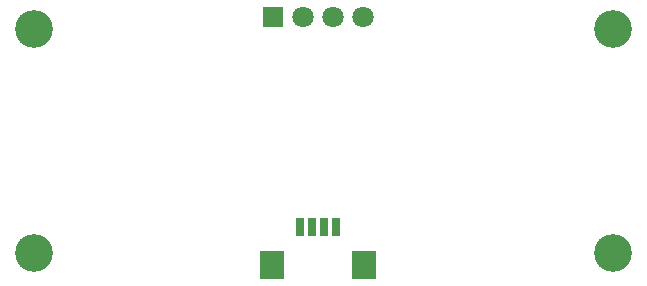
<source format=gbs>
G04*
G04 #@! TF.GenerationSoftware,Altium Limited,Altium Designer,23.9.2 (47)*
G04*
G04 Layer_Color=16711935*
%FSLAX44Y44*%
%MOMM*%
G71*
G04*
G04 #@! TF.SameCoordinates,A9C3D319-5A17-451D-A4C5-16098FC82B81*
G04*
G04*
G04 #@! TF.FilePolarity,Negative*
G04*
G01*
G75*
%ADD16C,1.8032*%
%ADD17R,1.8032X1.8032*%
%ADD18C,3.2032*%
%ADD25R,2.0032X2.4032*%
%ADD26R,0.8032X1.5032*%
D16*
X308100Y229351D02*
D03*
X282700D02*
D03*
X257300D02*
D03*
D17*
X231900D02*
D03*
D18*
X520000Y30000D02*
D03*
Y220000D02*
D03*
X30000D02*
D03*
Y30000D02*
D03*
D25*
X309000Y19791D02*
D03*
X231000D02*
D03*
D26*
X255000Y52291D02*
D03*
X265000D02*
D03*
X275000D02*
D03*
X285000D02*
D03*
M02*

</source>
